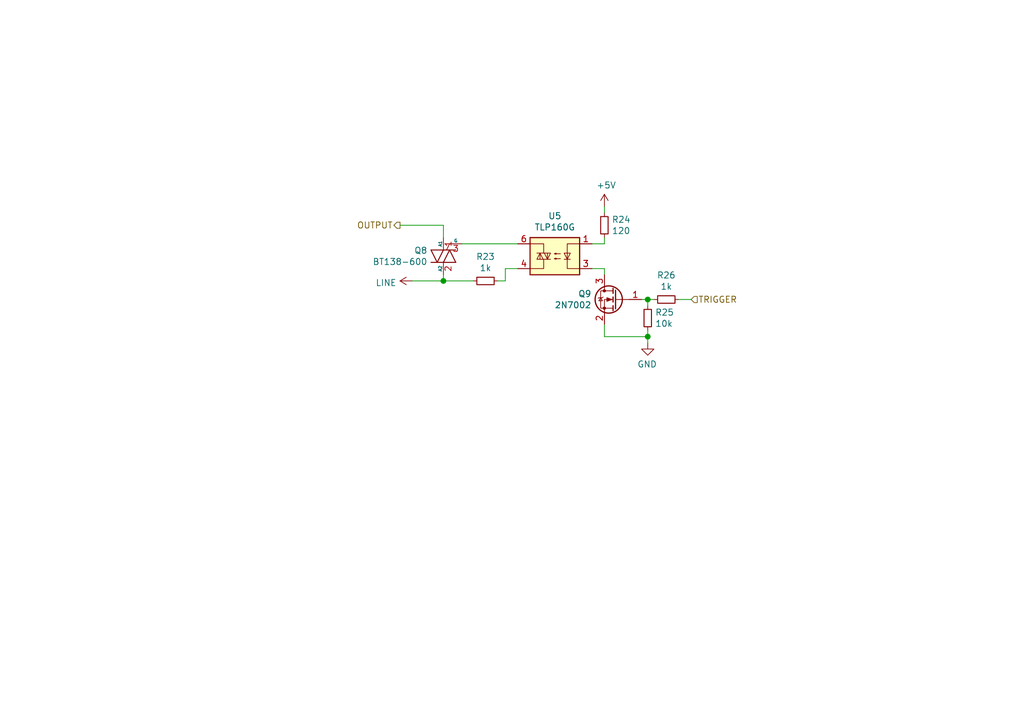
<source format=kicad_sch>
(kicad_sch (version 20201015) (generator eeschema)
  (page 0 6)
  (paper "A5")
  (lib_symbols
    (symbol "Device:R_Small" (pin_numbers hide) (pin_names (offset 0.254) hide)
      (property "Reference" "R" (at 0.762 0.508 0))
      (property "Value" "R_Small" (at 0.762 -1.016 0))
      (symbol "R_Small_0_1"
        (rectangle (start -0.762 1.778) (end 0.762 -1.778) (stroke (width 0.2032)))
      )
      (symbol "R_Small_1_1"
        (pin passive line (at 0 2.54 270) (length 0.762) (name "~") (number "1"))
        (pin passive line (at 0 -2.54 90) (length 0.762) (name "~") (number "2"))
      )
    )
    (symbol "Relay_SolidState:TLP160G"
      (property "Reference" "U" (at -5.08 5.08 0))
      (property "Value" "TLP160G" (at -5.08 -5.08 0))
      (symbol "TLP160G_0_1"
        (rectangle (start -5.08 3.81) (end 5.08 -3.81) (stroke (width 0.254)) (fill (type background)))
        (polyline (pts (xy -3.175 -0.635) (xy -1.905 -0.635)))
        (polyline (pts (xy 1.524 -0.635) (xy 1.524 0.635)))
        (polyline (pts (xy 3.048 0.635) (xy 3.048 -0.635)))
        (polyline (pts (xy 2.286 -0.635) (xy 2.286 -2.54) (xy 5.08 -2.54)))
        (polyline (pts (xy 2.286 0.635) (xy 2.286 2.54) (xy 5.08 2.54)))
        (polyline (pts (xy -5.08 2.54) (xy -2.54 2.54) (xy -2.54 -2.54) (xy -5.08 -2.54)))
        (polyline (pts (xy -2.54 -0.635) (xy -3.175 0.635) (xy -1.905 0.635) (xy -2.54 -0.635)))
        (polyline (pts (xy 0.889 -0.635) (xy 3.683 -0.635) (xy 3.048 0.635) (xy 2.413 -0.635)))
        (polyline (pts (xy 3.683 0.635) (xy 0.889 0.635) (xy 1.524 -0.635) (xy 2.159 0.635)))
        (polyline (pts (xy -1.143 -0.508) (xy 0.127 -0.508) (xy -0.254 -0.635) (xy -0.254 -0.381) (xy 0.127 -0.508)))
        (polyline (pts (xy -1.143 0.508) (xy 0.127 0.508) (xy -0.254 0.381) (xy -0.254 0.635) (xy 0.127 0.508)))
      )
      (symbol "TLP160G_1_1"
        (pin passive line (at -7.62 2.54 0) (length 2.54) (name "~") (number "1"))
        (pin passive line (at -7.62 -2.54 0) (length 2.54) (name "~") (number "3"))
        (pin passive line (at 7.62 -2.54 180) (length 2.54) (name "~") (number "4"))
        (pin passive line (at 7.62 2.54 180) (length 2.54) (name "~") (number "6"))
      )
    )
    (symbol "Transistor_FET:2N7002" (pin_names hide)
      (property "Reference" "Q" (at 5.08 1.905 0))
      (property "Value" "2N7002" (at 5.08 0 0))
      (symbol "2N7002_0_1"
        (circle (center 1.651 0) (radius 2.794) (stroke (width 0.254)))
        (circle (center 2.54 -1.778) (radius 0.254) (fill (type outline)))
        (circle (center 2.54 1.778) (radius 0.254) (fill (type outline)))
        (polyline (pts (xy 0.254 0) (xy -2.54 0)))
        (polyline (pts (xy 0.254 1.905) (xy 0.254 -1.905)) (stroke (width 0.254)))
        (polyline (pts (xy 0.762 -1.27) (xy 0.762 -2.286)) (stroke (width 0.254)))
        (polyline (pts (xy 0.762 0.508) (xy 0.762 -0.508)) (stroke (width 0.254)))
        (polyline (pts (xy 0.762 2.286) (xy 0.762 1.27)) (stroke (width 0.254)))
        (polyline (pts (xy 2.54 2.54) (xy 2.54 1.778)))
        (polyline (pts (xy 2.54 -2.54) (xy 2.54 0) (xy 0.762 0)))
        (polyline (pts (xy 0.762 -1.778) (xy 3.302 -1.778) (xy 3.302 1.778) (xy 0.762 1.778)))
        (polyline (pts (xy 1.016 0) (xy 2.032 0.381) (xy 2.032 -0.381) (xy 1.016 0)) (fill (type outline)))
        (polyline (pts (xy 2.794 0.508) (xy 2.921 0.381) (xy 3.683 0.381) (xy 3.81 0.254)))
        (polyline (pts (xy 3.302 0.381) (xy 2.921 -0.254) (xy 3.683 -0.254) (xy 3.302 0.381)))
      )
      (symbol "2N7002_1_1"
        (pin input line (at -5.08 0 0) (length 2.54) (name "G") (number "1"))
        (pin passive line (at 2.54 -5.08 90) (length 2.54) (name "S") (number "2"))
        (pin passive line (at 2.54 5.08 270) (length 2.54) (name "D") (number "3"))
      )
    )
    (symbol "Triac_Thyristor:BT138-600" (pin_names (offset 0))
      (property "Reference" "Q" (at 5.08 1.905 0))
      (property "Value" "BT138-600" (at 5.08 0 0))
      (symbol "BT138-600_0_1"
        (polyline (pts (xy -2.54 -1.27) (xy 2.54 -1.27)) (stroke (width 0.2032)))
        (polyline (pts (xy -2.54 1.27) (xy 2.54 1.27)) (stroke (width 0.2032)))
        (polyline (pts (xy -1.27 -2.54) (xy -0.635 -1.27)))
        (polyline (pts (xy -2.54 1.27) (xy -1.27 -1.27) (xy 0 1.27)) (stroke (width 0.2032)))
        (polyline (pts (xy 0 -1.27) (xy 1.27 1.27) (xy 2.54 -1.27)) (stroke (width 0.2032)))
      )
      (symbol "BT138-600_1_1"
        (pin passive line (at 0 -3.81 90) (length 2.54) (name "A1") (number "1"))
        (pin passive line (at 0 3.81 270) (length 2.54) (name "A2") (number "2"))
        (pin input line (at -3.81 -2.54 0) (length 2.54) (name "G") (number "3"))
      )
    )
    (symbol "power:+5V" (power) (pin_names (offset 0))
      (property "Value" "+5V" (at 0 3.556 0))
      (symbol "+5V_0_1"
        (polyline (pts (xy -0.762 1.27) (xy 0 2.54)))
        (polyline (pts (xy 0 0) (xy 0 2.54)))
        (polyline (pts (xy 0 2.54) (xy 0.762 1.27)))
      )
      (symbol "+5V_1_1"
        (pin power_in line (at 0 0 90) (length 0) hide (name "+5V") (number "1"))
      )
    )
    (symbol "power:GND" (power) (pin_names (offset 0))
      (property "Value" "GND" (at 0 -3.81 0))
      (symbol "GND_0_1"
        (polyline (pts (xy 0 0) (xy 0 -1.27) (xy 1.27 -1.27) (xy 0 -2.54) (xy -1.27 -1.27) (xy 0 -1.27)))
      )
      (symbol "GND_1_1"
        (pin power_in line (at 0 0 270) (length 0) hide (name "GND") (number "1"))
      )
    )
    (symbol "power:LINE" (power) (pin_names (offset 0))
      (property "Value" "LINE" (at 0 3.81 0))
      (symbol "LINE_0_1"
        (polyline (pts (xy -0.762 1.27) (xy 0 2.54)))
        (polyline (pts (xy 0 0) (xy 0 2.54)))
        (polyline (pts (xy 0 2.54) (xy 0.762 1.27)))
      )
      (symbol "LINE_1_1"
        (pin power_in line (at 0 0 90) (length 0) hide (name "LINE") (number "1"))
      )
    )
  )
  (junction (at 90.932 57.658) (diameter 1.016))
  (junction (at 132.842 61.468) (diameter 1.016))
  (junction (at 132.842 69.088) (diameter 1.016))
  (wire (pts (xy 90.932 46.228) (xy 82.042 46.228)))
  (wire (pts (xy 90.932 46.228) (xy 90.932 48.768)))
  (wire (pts (xy 90.932 57.658) (xy 84.582 57.658)))
  (wire (pts (xy 90.932 57.658) (xy 90.932 56.388)))
  (wire (pts (xy 90.932 57.658) (xy 97.028 57.658)))
  (wire (pts (xy 94.742 50.038) (xy 106.172 50.038)))
  (wire (pts (xy 102.108 57.658) (xy 103.632 57.658)))
  (wire (pts (xy 103.632 55.118) (xy 103.632 57.658)))
  (wire (pts (xy 106.172 55.118) (xy 103.632 55.118)))
  (wire (pts (xy 121.412 50.038) (xy 123.952 50.038)))
  (wire (pts (xy 123.952 43.688) (xy 123.952 42.418)))
  (wire (pts (xy 123.952 50.038) (xy 123.952 48.768)))
  (wire (pts (xy 123.952 55.118) (xy 121.412 55.118)))
  (wire (pts (xy 123.952 56.388) (xy 123.952 55.118)))
  (wire (pts (xy 123.952 69.088) (xy 123.952 66.548)))
  (wire (pts (xy 132.842 61.468) (xy 131.572 61.468)))
  (wire (pts (xy 132.842 62.738) (xy 132.842 61.468)))
  (wire (pts (xy 132.842 67.818) (xy 132.842 69.088)))
  (wire (pts (xy 132.842 69.088) (xy 123.952 69.088)))
  (wire (pts (xy 132.842 69.088) (xy 132.842 70.358)))
  (wire (pts (xy 134.112 61.468) (xy 132.842 61.468)))
  (wire (pts (xy 139.192 61.468) (xy 141.732 61.468)))
  (hierarchical_label "OUTPUT" (shape output) (at 82.042 46.228 180))
  (hierarchical_label "TRIGGER" (shape input) (at 141.732 61.468 0))
  (symbol (lib_id "power:LINE") (at 84.582 57.658 90) (mirror x)
    (property "Reference" "#PWR034" (effects hide))
    (property "Value" "LINE" (at 81.3308 58.039 90) (effects (justify left)))
  )
  (symbol (lib_id "power:+5V") (at 123.952 42.418 0)
    (property "Reference" "#PWR035" (effects hide))
    (property "Value" "+5V" (at 124.333 38.0238 0))
  )
  (symbol (lib_id "power:GND") (at 132.842 70.358 0) (mirror y)
    (property "Reference" "#PWR036" (effects hide))
    (property "Value" "GND" (at 132.715 74.7522 0))
  )
  (symbol (lib_id "Device:R_Small") (at 99.568 57.658 270)
    (property "Reference" "R23" (at 99.568 52.6796 90))
    (property "Value" "1k" (at 99.568 54.991 90))
    (property "Footprint" "Resistor_SMD:R_1206_3216Metric_Pad1.42x1.75mm_HandSolder" (effects hide))
  )
  (symbol (lib_id "Device:R_Small") (at 123.952 46.228 180)
    (property "Reference" "R24" (at 125.4506 45.0596 0) (effects (justify right)))
    (property "Value" "120" (at 125.4506 47.371 0) (effects (justify right)))
    (property "Footprint" "Resistor_SMD:R_0603_1608Metric_Pad1.05x0.95mm_HandSolder" (effects hide))
  )
  (symbol (lib_id "Device:R_Small") (at 132.842 65.278 0)
    (property "Reference" "R25" (at 134.3406 64.1096 0) (effects (justify left)))
    (property "Value" "10k" (at 134.3406 66.421 0) (effects (justify left)))
    (property "Footprint" "Resistor_SMD:R_0603_1608Metric_Pad1.05x0.95mm_HandSolder" (effects hide))
  )
  (symbol (lib_id "Device:R_Small") (at 136.652 61.468 270)
    (property "Reference" "R26" (at 136.652 56.4896 90))
    (property "Value" "1k" (at 136.652 58.801 90))
    (property "Footprint" "Resistor_SMD:R_0603_1608Metric_Pad1.05x0.95mm_HandSolder" (effects hide))
  )
  (symbol (lib_id "Triac_Thyristor:BT138-600") (at 90.932 52.578 180)
    (property "Reference" "Q8" (at 87.6808 51.4096 0) (effects (justify left)))
    (property "Value" "BT138-600" (at 87.6808 53.721 0) (effects (justify left)))
    (property "Footprint" "Package_TO_SOT_THT:TO-220-3_Vertical" (effects hide))
    (property "Datasheet" "https://assets.nexperia.com/documents/data-sheet/BT138_SER_D_E.pdf" (effects hide))
  )
  (symbol (lib_id "Transistor_FET:2N7002") (at 126.492 61.468 0) (mirror y)
    (property "Reference" "Q9" (at 121.3104 60.2996 0) (effects (justify left)))
    (property "Value" "2N7002" (at 121.3104 62.611 0) (effects (justify left)))
    (property "Footprint" "Package_TO_SOT_SMD:SOT-23" (effects hide))
    (property "Datasheet" "https://www.onsemi.com/pub/Collateral/NDS7002A-D.PDF" (effects hide))
  )
  (symbol (lib_id "Relay_SolidState:TLP160G") (at 113.792 52.578 0) (mirror y)
    (property "Reference" "U5" (at 113.792 44.323 0))
    (property "Value" "TLP160G" (at 113.792 46.6344 0))
    (property "Footprint" "Package_SO:MFSOP6-4_4.4x3.6mm_P1.27mm" (effects hide))
    (property "Datasheet" "https://toshiba.semicon-storage.com/info/docget.jsp?did=16916&prodName=TLP160G" (effects hide))
  )
)
</source>
